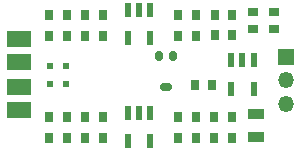
<source format=gbr>
%TF.GenerationSoftware,KiCad,Pcbnew,7.0.9*%
%TF.CreationDate,2024-01-15T14:46:19+01:00*%
%TF.ProjectId,preamp2,70726561-6d70-4322-9e6b-696361645f70,1*%
%TF.SameCoordinates,Original*%
%TF.FileFunction,Soldermask,Top*%
%TF.FilePolarity,Negative*%
%FSLAX46Y46*%
G04 Gerber Fmt 4.6, Leading zero omitted, Abs format (unit mm)*
G04 Created by KiCad (PCBNEW 7.0.9) date 2024-01-15 14:46:19*
%MOMM*%
%LPD*%
G01*
G04 APERTURE LIST*
G04 Aperture macros list*
%AMRoundRect*
0 Rectangle with rounded corners*
0 $1 Rounding radius*
0 $2 $3 $4 $5 $6 $7 $8 $9 X,Y pos of 4 corners*
0 Add a 4 corners polygon primitive as box body*
4,1,4,$2,$3,$4,$5,$6,$7,$8,$9,$2,$3,0*
0 Add four circle primitives for the rounded corners*
1,1,$1+$1,$2,$3*
1,1,$1+$1,$4,$5*
1,1,$1+$1,$6,$7*
1,1,$1+$1,$8,$9*
0 Add four rect primitives between the rounded corners*
20,1,$1+$1,$2,$3,$4,$5,0*
20,1,$1+$1,$4,$5,$6,$7,0*
20,1,$1+$1,$6,$7,$8,$9,0*
20,1,$1+$1,$8,$9,$2,$3,0*%
G04 Aperture macros list end*
%ADD10R,0.950000X0.800000*%
%ADD11R,0.800000X0.950000*%
%ADD12R,0.600000X1.200000*%
%ADD13R,0.500000X0.500000*%
%ADD14RoundRect,0.175000X-0.175000X0.225000X-0.175000X-0.225000X0.175000X-0.225000X0.175000X0.225000X0*%
%ADD15RoundRect,0.175000X-0.325000X0.175000X-0.325000X-0.175000X0.325000X-0.175000X0.325000X0.175000X0*%
%ADD16R,2.000000X1.350000*%
%ADD17R,1.350000X1.350000*%
%ADD18O,1.350000X1.350000*%
%ADD19R,1.400000X0.900000*%
G04 APERTURE END LIST*
D10*
%TO.C,C7*%
X120142000Y-92444000D03*
X120142000Y-90944000D03*
%TD*%
D11*
%TO.C,C3*%
X112026000Y-92964000D03*
X113526000Y-92964000D03*
%TD*%
D12*
%TO.C,U2*%
X109662000Y-99511000D03*
X108712000Y-99511000D03*
X107762000Y-99511000D03*
X107762000Y-101911000D03*
X109662000Y-101911000D03*
%TD*%
D11*
%TO.C,C6*%
X115074000Y-101600000D03*
X116574000Y-101600000D03*
%TD*%
D13*
%TO.C,D2*%
X101154000Y-97028000D03*
X102554000Y-97028000D03*
%TD*%
D14*
%TO.C,RV2*%
X111598000Y-94682000D03*
D15*
X110998000Y-97282000D03*
D14*
X110398000Y-94682000D03*
%TD*%
D11*
%TO.C,R7*%
X112026000Y-91186000D03*
X113526000Y-91186000D03*
%TD*%
D12*
%TO.C,U3*%
X118425000Y-95066000D03*
X117475000Y-95066000D03*
X116525000Y-95066000D03*
X116525000Y-97466000D03*
X118425000Y-97466000D03*
%TD*%
D11*
%TO.C,R4*%
X102604000Y-91186000D03*
X101104000Y-91186000D03*
%TD*%
%TO.C,C1*%
X102604000Y-92964000D03*
X101104000Y-92964000D03*
%TD*%
D12*
%TO.C,U1*%
X109662000Y-90800000D03*
X108712000Y-90800000D03*
X107762000Y-90800000D03*
X107762000Y-93200000D03*
X109662000Y-93200000D03*
%TD*%
D11*
%TO.C,R6*%
X102604000Y-99822000D03*
X101104000Y-99822000D03*
%TD*%
%TO.C,R1*%
X104152000Y-92964000D03*
X105652000Y-92964000D03*
%TD*%
%TO.C,R13*%
X115074000Y-99822000D03*
X116574000Y-99822000D03*
%TD*%
D10*
%TO.C,C5*%
X118364000Y-92444000D03*
X118364000Y-90944000D03*
%TD*%
D11*
%TO.C,R3*%
X105652000Y-91186000D03*
X104152000Y-91186000D03*
%TD*%
%TO.C,R10*%
X113423000Y-97155000D03*
X114923000Y-97155000D03*
%TD*%
D13*
%TO.C,D1*%
X101154000Y-95504000D03*
X102554000Y-95504000D03*
%TD*%
D11*
%TO.C,R8*%
X112026000Y-99822000D03*
X113526000Y-99822000D03*
%TD*%
D16*
%TO.C,J4*%
X98552000Y-99298000D03*
X98552000Y-97298000D03*
%TD*%
D11*
%TO.C,R12*%
X116624800Y-92913200D03*
X115124800Y-92913200D03*
%TD*%
%TO.C,R2*%
X104152000Y-101600000D03*
X105652000Y-101600000D03*
%TD*%
%TO.C,C4*%
X112026000Y-101600000D03*
X113526000Y-101600000D03*
%TD*%
%TO.C,C2*%
X102604000Y-101600000D03*
X101104000Y-101600000D03*
%TD*%
D17*
%TO.C,J5*%
X121158000Y-94742000D03*
D18*
X121158000Y-96742000D03*
X121158000Y-98742000D03*
%TD*%
D11*
%TO.C,R5*%
X105652000Y-99822000D03*
X104152000Y-99822000D03*
%TD*%
D19*
%TO.C,C8*%
X118618000Y-99634000D03*
X118618000Y-101534000D03*
%TD*%
D16*
%TO.C,J3*%
X98552000Y-93234000D03*
X98552000Y-95234000D03*
%TD*%
D11*
%TO.C,R11*%
X115124800Y-91186000D03*
X116624800Y-91186000D03*
%TD*%
M02*

</source>
